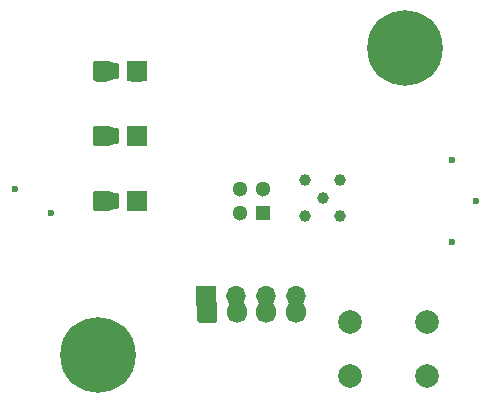
<source format=gbr>
%TF.GenerationSoftware,KiCad,Pcbnew,(5.1.9-0-10_14)*%
%TF.CreationDate,2021-04-20T20:37:33+01:00*%
%TF.ProjectId,PN532,504e3533-322e-46b6-9963-61645f706362,rev?*%
%TF.SameCoordinates,Original*%
%TF.FileFunction,Soldermask,Bot*%
%TF.FilePolarity,Negative*%
%FSLAX46Y46*%
G04 Gerber Fmt 4.6, Leading zero omitted, Abs format (unit mm)*
G04 Created by KiCad (PCBNEW (5.1.9-0-10_14)) date 2021-04-20 20:37:33*
%MOMM*%
%LPD*%
G01*
G04 APERTURE LIST*
%ADD10C,0.600000*%
%ADD11C,1.000000*%
%ADD12O,1.700000X1.700000*%
%ADD13R,1.700000X1.700000*%
%ADD14O,1.700000X1.850000*%
%ADD15C,1.300000*%
%ADD16R,1.300000X1.300000*%
%ADD17C,2.000000*%
%ADD18C,1.800000*%
%ADD19R,1.800000X1.800000*%
%ADD20C,0.800000*%
%ADD21C,6.400000*%
G04 APERTURE END LIST*
D10*
%TO.C,A1*%
X101000000Y-78000000D03*
X104000000Y-80000000D03*
X138000000Y-75500000D03*
X138000000Y-82500000D03*
X140000000Y-79000000D03*
%TD*%
D11*
%TO.C,U1*%
X127025000Y-78725000D03*
X128525000Y-77225000D03*
X125525000Y-77225000D03*
X125525000Y-80225000D03*
X128525000Y-80225000D03*
%TD*%
D12*
%TO.C,J1*%
X124810000Y-87000000D03*
X122270000Y-87000000D03*
X119730000Y-87000000D03*
D13*
X117190000Y-87000000D03*
%TD*%
D14*
%TO.C,J2*%
X124750000Y-88400000D03*
X122250000Y-88400000D03*
X119750000Y-88400000D03*
G36*
G01*
X116400000Y-89075000D02*
X116400000Y-87725000D01*
G75*
G02*
X116650000Y-87475000I250000J0D01*
G01*
X117850000Y-87475000D01*
G75*
G02*
X118100000Y-87725000I0J-250000D01*
G01*
X118100000Y-89075000D01*
G75*
G02*
X117850000Y-89325000I-250000J0D01*
G01*
X116650000Y-89325000D01*
G75*
G02*
X116400000Y-89075000I0J250000D01*
G01*
G37*
%TD*%
D15*
%TO.C,J3*%
X120000000Y-78000000D03*
X122000000Y-78000000D03*
X120000000Y-80000000D03*
D16*
X122000000Y-80000000D03*
%TD*%
D17*
%TO.C,SW1*%
X129350000Y-89275000D03*
X129350000Y-93775000D03*
X135850000Y-89275000D03*
X135850000Y-93775000D03*
%TD*%
%TO.C,D1*%
G36*
G01*
X111800000Y-67549999D02*
X111800000Y-68450001D01*
G75*
G02*
X111550001Y-68700000I-249999J0D01*
G01*
X110849999Y-68700000D01*
G75*
G02*
X110600000Y-68450001I0J249999D01*
G01*
X110600000Y-67549999D01*
G75*
G02*
X110849999Y-67300000I249999J0D01*
G01*
X111550001Y-67300000D01*
G75*
G02*
X111800000Y-67549999I0J-249999D01*
G01*
G37*
G36*
G01*
X109800000Y-67549999D02*
X109800000Y-68450001D01*
G75*
G02*
X109550001Y-68700000I-249999J0D01*
G01*
X108849999Y-68700000D01*
G75*
G02*
X108600000Y-68450001I0J249999D01*
G01*
X108600000Y-67549999D01*
G75*
G02*
X108849999Y-67300000I249999J0D01*
G01*
X109550001Y-67300000D01*
G75*
G02*
X109800000Y-67549999I0J-249999D01*
G01*
G37*
G36*
G01*
X108995000Y-67375000D02*
X108995000Y-68625000D01*
G75*
G02*
X108745000Y-68875000I-250000J0D01*
G01*
X107820000Y-68875000D01*
G75*
G02*
X107570000Y-68625000I0J250000D01*
G01*
X107570000Y-67375000D01*
G75*
G02*
X107820000Y-67125000I250000J0D01*
G01*
X108745000Y-67125000D01*
G75*
G02*
X108995000Y-67375000I0J-250000D01*
G01*
G37*
G36*
G01*
X111970000Y-67375000D02*
X111970000Y-68625000D01*
G75*
G02*
X111720000Y-68875000I-250000J0D01*
G01*
X110795000Y-68875000D01*
G75*
G02*
X110545000Y-68625000I0J250000D01*
G01*
X110545000Y-67375000D01*
G75*
G02*
X110795000Y-67125000I250000J0D01*
G01*
X111720000Y-67125000D01*
G75*
G02*
X111970000Y-67375000I0J-250000D01*
G01*
G37*
D18*
X108730000Y-68000000D03*
D19*
X111270000Y-68000000D03*
%TD*%
%TO.C,D2*%
G36*
G01*
X111800000Y-73049999D02*
X111800000Y-73950001D01*
G75*
G02*
X111550001Y-74200000I-249999J0D01*
G01*
X110849999Y-74200000D01*
G75*
G02*
X110600000Y-73950001I0J249999D01*
G01*
X110600000Y-73049999D01*
G75*
G02*
X110849999Y-72800000I249999J0D01*
G01*
X111550001Y-72800000D01*
G75*
G02*
X111800000Y-73049999I0J-249999D01*
G01*
G37*
G36*
G01*
X109800000Y-73049999D02*
X109800000Y-73950001D01*
G75*
G02*
X109550001Y-74200000I-249999J0D01*
G01*
X108849999Y-74200000D01*
G75*
G02*
X108600000Y-73950001I0J249999D01*
G01*
X108600000Y-73049999D01*
G75*
G02*
X108849999Y-72800000I249999J0D01*
G01*
X109550001Y-72800000D01*
G75*
G02*
X109800000Y-73049999I0J-249999D01*
G01*
G37*
G36*
G01*
X108995000Y-72875000D02*
X108995000Y-74125000D01*
G75*
G02*
X108745000Y-74375000I-250000J0D01*
G01*
X107820000Y-74375000D01*
G75*
G02*
X107570000Y-74125000I0J250000D01*
G01*
X107570000Y-72875000D01*
G75*
G02*
X107820000Y-72625000I250000J0D01*
G01*
X108745000Y-72625000D01*
G75*
G02*
X108995000Y-72875000I0J-250000D01*
G01*
G37*
G36*
G01*
X111970000Y-72875000D02*
X111970000Y-74125000D01*
G75*
G02*
X111720000Y-74375000I-250000J0D01*
G01*
X110795000Y-74375000D01*
G75*
G02*
X110545000Y-74125000I0J250000D01*
G01*
X110545000Y-72875000D01*
G75*
G02*
X110795000Y-72625000I250000J0D01*
G01*
X111720000Y-72625000D01*
G75*
G02*
X111970000Y-72875000I0J-250000D01*
G01*
G37*
D18*
X108730000Y-73500000D03*
D19*
X111270000Y-73500000D03*
%TD*%
%TO.C,D3*%
G36*
G01*
X111800000Y-78549999D02*
X111800000Y-79450001D01*
G75*
G02*
X111550001Y-79700000I-249999J0D01*
G01*
X110849999Y-79700000D01*
G75*
G02*
X110600000Y-79450001I0J249999D01*
G01*
X110600000Y-78549999D01*
G75*
G02*
X110849999Y-78300000I249999J0D01*
G01*
X111550001Y-78300000D01*
G75*
G02*
X111800000Y-78549999I0J-249999D01*
G01*
G37*
G36*
G01*
X109800000Y-78549999D02*
X109800000Y-79450001D01*
G75*
G02*
X109550001Y-79700000I-249999J0D01*
G01*
X108849999Y-79700000D01*
G75*
G02*
X108600000Y-79450001I0J249999D01*
G01*
X108600000Y-78549999D01*
G75*
G02*
X108849999Y-78300000I249999J0D01*
G01*
X109550001Y-78300000D01*
G75*
G02*
X109800000Y-78549999I0J-249999D01*
G01*
G37*
G36*
G01*
X108995000Y-78375000D02*
X108995000Y-79625000D01*
G75*
G02*
X108745000Y-79875000I-250000J0D01*
G01*
X107820000Y-79875000D01*
G75*
G02*
X107570000Y-79625000I0J250000D01*
G01*
X107570000Y-78375000D01*
G75*
G02*
X107820000Y-78125000I250000J0D01*
G01*
X108745000Y-78125000D01*
G75*
G02*
X108995000Y-78375000I0J-250000D01*
G01*
G37*
G36*
G01*
X111970000Y-78375000D02*
X111970000Y-79625000D01*
G75*
G02*
X111720000Y-79875000I-250000J0D01*
G01*
X110795000Y-79875000D01*
G75*
G02*
X110545000Y-79625000I0J250000D01*
G01*
X110545000Y-78375000D01*
G75*
G02*
X110795000Y-78125000I250000J0D01*
G01*
X111720000Y-78125000D01*
G75*
G02*
X111970000Y-78375000I0J-250000D01*
G01*
G37*
D18*
X108730000Y-79000000D03*
D19*
X111270000Y-79000000D03*
%TD*%
D20*
%TO.C,H1*%
X135697056Y-64302944D03*
X134000000Y-63600000D03*
X132302944Y-64302944D03*
X131600000Y-66000000D03*
X132302944Y-67697056D03*
X134000000Y-68400000D03*
X135697056Y-67697056D03*
X136400000Y-66000000D03*
D21*
X134000000Y-66000000D03*
%TD*%
D20*
%TO.C,H2*%
X109697056Y-90302944D03*
X108000000Y-89600000D03*
X106302944Y-90302944D03*
X105600000Y-92000000D03*
X106302944Y-93697056D03*
X108000000Y-94400000D03*
X109697056Y-93697056D03*
X110400000Y-92000000D03*
D21*
X108000000Y-92000000D03*
%TD*%
M02*

</source>
